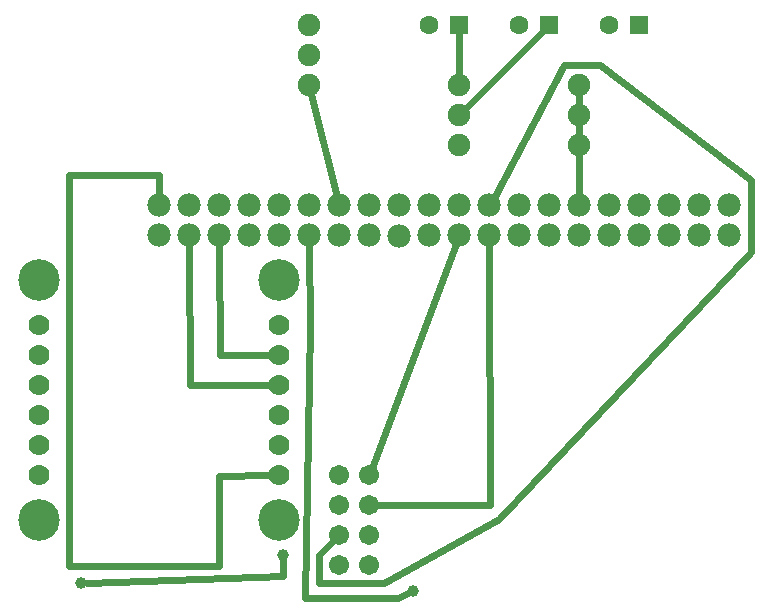
<source format=gbl>
G04 MADE WITH FRITZING*
G04 WWW.FRITZING.ORG*
G04 DOUBLE SIDED*
G04 HOLES PLATED*
G04 CONTOUR ON CENTER OF CONTOUR VECTOR*
%ASAXBY*%
%FSLAX23Y23*%
%MOIN*%
%OFA0B0*%
%SFA1.0B1.0*%
%ADD10C,0.077444*%
%ADD11C,0.138425*%
%ADD12C,0.070000*%
%ADD13C,0.075000*%
%ADD14C,0.062992*%
%ADD15C,0.067278*%
%ADD16C,0.039370*%
%ADD17R,0.062992X0.062992*%
%ADD18C,0.024000*%
%LNCOPPER0*%
G90*
G70*
G54D10*
X536Y1255D03*
X636Y1255D03*
X736Y1255D03*
X836Y1255D03*
X936Y1255D03*
X1036Y1255D03*
X1136Y1255D03*
X1236Y1255D03*
X1336Y1253D03*
X1436Y1255D03*
X1536Y1255D03*
X1636Y1255D03*
X1736Y1255D03*
X1836Y1255D03*
X1936Y1255D03*
X2036Y1255D03*
X2136Y1255D03*
X2236Y1255D03*
X2337Y1255D03*
X2436Y1255D03*
X2436Y1355D03*
X2337Y1355D03*
X2236Y1355D03*
X2136Y1355D03*
X2036Y1355D03*
X1936Y1355D03*
X1836Y1355D03*
X1736Y1355D03*
X1636Y1355D03*
X1536Y1355D03*
X1436Y1355D03*
X1336Y1355D03*
X1236Y1355D03*
X1136Y1355D03*
X1036Y1355D03*
X936Y1355D03*
X836Y1355D03*
X736Y1355D03*
X636Y1355D03*
X536Y1355D03*
G54D11*
X936Y305D03*
X136Y305D03*
G54D12*
X936Y455D03*
X936Y555D03*
X936Y655D03*
X936Y755D03*
X936Y855D03*
X936Y955D03*
X136Y455D03*
X136Y555D03*
X136Y655D03*
G54D11*
X936Y1105D03*
G54D12*
X136Y755D03*
G54D11*
X136Y1105D03*
G54D12*
X136Y855D03*
X136Y955D03*
G54D13*
X1536Y1755D03*
X1936Y1755D03*
G54D14*
X1835Y1955D03*
X1736Y1955D03*
G54D13*
X1536Y1655D03*
X1936Y1655D03*
G54D14*
X2135Y1955D03*
X2036Y1955D03*
G54D13*
X1536Y1555D03*
X1936Y1555D03*
G54D14*
X1535Y1955D03*
X1436Y1955D03*
G54D15*
X1136Y155D03*
X1136Y255D03*
X1136Y355D03*
X1136Y455D03*
X1236Y155D03*
X1236Y255D03*
X1236Y355D03*
X1236Y455D03*
G54D13*
X1036Y1755D03*
X1036Y1855D03*
X1036Y1955D03*
G54D16*
X1381Y71D03*
X949Y191D03*
X277Y95D03*
G54D17*
X1835Y1955D03*
X2135Y1955D03*
X1535Y1955D03*
G54D18*
X1936Y1355D02*
X1936Y1726D01*
D02*
X1909Y1367D02*
X1936Y1355D01*
D02*
X1936Y1355D02*
X1909Y1367D01*
D02*
X1936Y1526D02*
X1936Y1355D01*
D02*
X737Y1224D02*
X738Y856D01*
D02*
X738Y856D02*
X906Y855D01*
D02*
X637Y1224D02*
X638Y756D01*
D02*
X638Y756D02*
X906Y755D01*
D02*
X235Y1455D02*
X535Y1455D01*
D02*
X535Y1455D02*
X536Y1385D01*
D02*
X236Y153D02*
X235Y1455D01*
D02*
X736Y153D02*
X236Y153D01*
D02*
X736Y454D02*
X736Y153D01*
D02*
X906Y455D02*
X736Y454D01*
D02*
X1936Y1583D02*
X1936Y1626D01*
D02*
X1638Y355D02*
X1265Y355D01*
D02*
X1636Y1224D02*
X1638Y355D01*
D02*
X1536Y1783D02*
X1535Y1928D01*
D02*
X1526Y1226D02*
X1246Y481D01*
D02*
X1816Y1935D02*
X1557Y1675D01*
D02*
X1651Y1381D02*
X1885Y1823D01*
D02*
X1885Y1823D02*
X2005Y1823D01*
D02*
X2005Y1823D02*
X2509Y1439D01*
D02*
X2509Y1439D02*
X2509Y1199D01*
D02*
X2509Y1199D02*
X1669Y311D01*
D02*
X1669Y311D02*
X1285Y95D01*
D02*
X1285Y95D02*
X1069Y95D01*
D02*
X1069Y95D02*
X1069Y191D01*
D02*
X1069Y191D02*
X1116Y235D01*
D02*
X1364Y63D02*
X1333Y47D01*
D02*
X1333Y47D02*
X1021Y47D01*
D02*
X1021Y47D02*
X1038Y955D01*
D02*
X1038Y955D02*
X1037Y1224D01*
D02*
X949Y172D02*
X949Y119D01*
D02*
X949Y119D02*
X296Y96D01*
D02*
X1043Y1727D02*
X1129Y1384D01*
G04 End of Copper0*
M02*
</source>
